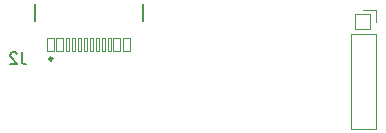
<source format=gbo>
%TF.GenerationSoftware,KiCad,Pcbnew,(7.0.0-0)*%
%TF.CreationDate,2023-08-09T13:49:59+02:00*%
%TF.ProjectId,shine-usb-c,7368696e-652d-4757-9362-2d632e6b6963,1*%
%TF.SameCoordinates,Original*%
%TF.FileFunction,Legend,Bot*%
%TF.FilePolarity,Positive*%
%FSLAX46Y46*%
G04 Gerber Fmt 4.6, Leading zero omitted, Abs format (unit mm)*
G04 Created by KiCad (PCBNEW (7.0.0-0)) date 2023-08-09 13:49:59*
%MOMM*%
%LPD*%
G01*
G04 APERTURE LIST*
G04 Aperture macros list*
%AMRoundRect*
0 Rectangle with rounded corners*
0 $1 Rounding radius*
0 $2 $3 $4 $5 $6 $7 $8 $9 X,Y pos of 4 corners*
0 Add a 4 corners polygon primitive as box body*
4,1,4,$2,$3,$4,$5,$6,$7,$8,$9,$2,$3,0*
0 Add four circle primitives for the rounded corners*
1,1,$1+$1,$2,$3*
1,1,$1+$1,$4,$5*
1,1,$1+$1,$6,$7*
1,1,$1+$1,$8,$9*
0 Add four rect primitives between the rounded corners*
20,1,$1+$1,$2,$3,$4,$5,0*
20,1,$1+$1,$4,$5,$6,$7,0*
20,1,$1+$1,$6,$7,$8,$9,0*
20,1,$1+$1,$8,$9,$2,$3,0*%
G04 Aperture macros list end*
%ADD10C,0.150000*%
%ADD11C,0.250000*%
%ADD12C,0.120000*%
%ADD13C,0.726000*%
%ADD14RoundRect,0.038000X-0.300000X-0.575000X0.300000X-0.575000X0.300000X0.575000X-0.300000X0.575000X0*%
%ADD15RoundRect,0.038000X-0.150000X-0.575000X0.150000X-0.575000X0.150000X0.575000X-0.150000X0.575000X0*%
%ADD16O,1.076000X1.876000*%
%ADD17O,1.076000X2.176000*%
%ADD18C,1.476000*%
%ADD19O,1.476000X1.476000*%
%ADD20C,1.326000*%
%ADD21C,2.276000*%
%ADD22RoundRect,0.038000X0.675000X0.675000X-0.675000X0.675000X-0.675000X-0.675000X0.675000X-0.675000X0*%
%ADD23O,1.426000X1.426000*%
G04 APERTURE END LIST*
D10*
%TO.C,J2*%
X147331190Y-94567380D02*
X147331190Y-95281666D01*
X147331190Y-95281666D02*
X147378809Y-95424523D01*
X147378809Y-95424523D02*
X147474047Y-95519761D01*
X147474047Y-95519761D02*
X147616904Y-95567380D01*
X147616904Y-95567380D02*
X147712142Y-95567380D01*
X146902618Y-94662619D02*
X146854999Y-94615000D01*
X146854999Y-94615000D02*
X146759761Y-94567380D01*
X146759761Y-94567380D02*
X146521666Y-94567380D01*
X146521666Y-94567380D02*
X146426428Y-94615000D01*
X146426428Y-94615000D02*
X146378809Y-94662619D01*
X146378809Y-94662619D02*
X146331190Y-94757857D01*
X146331190Y-94757857D02*
X146331190Y-94853095D01*
X146331190Y-94853095D02*
X146378809Y-94995952D01*
X146378809Y-94995952D02*
X146950237Y-95567380D01*
X146950237Y-95567380D02*
X146331190Y-95567380D01*
X148455000Y-90450000D02*
X148455000Y-91929999D01*
X157545000Y-90450000D02*
X157545000Y-91929999D01*
D11*
X149905000Y-95104999D02*
G75*
G03*
X149905000Y-95104999I-125000J0D01*
G01*
D12*
%TO.C,J1*%
X177310000Y-101060000D02*
X175190000Y-101060000D01*
X177310000Y-93000000D02*
X177310000Y-101060000D01*
X177310000Y-93000000D02*
X175190000Y-93000000D01*
X177310000Y-92000000D02*
X177310000Y-90940000D01*
X177310000Y-90940000D02*
X176250000Y-90940000D01*
X175190000Y-93000000D02*
X175190000Y-101060000D01*
%TD*%
%LPC*%
D13*
%TO.C,J2*%
X150110000Y-92855000D03*
X155890000Y-92855000D03*
D14*
X149800000Y-93930000D03*
X150600000Y-93930000D03*
D15*
X151750000Y-93930000D03*
X152750000Y-93930000D03*
X153250000Y-93930000D03*
X154250000Y-93930000D03*
D14*
X156200000Y-93930000D03*
X155400000Y-93930000D03*
D15*
X154750000Y-93930000D03*
X153750000Y-93930000D03*
X152250000Y-93930000D03*
X151250000Y-93930000D03*
D16*
X148679999Y-89174999D03*
X157319999Y-89174999D03*
D17*
X148679999Y-93354998D03*
X157319999Y-93354998D03*
%TD*%
D18*
%TO.C,R2*%
X145210000Y-94400000D03*
D19*
X137589999Y-94399999D03*
%TD*%
D20*
%TO.C,*%
X171850000Y-89050000D03*
%TD*%
D21*
%TO.C,REF\u002A\u002A*%
X130100000Y-89100000D03*
%TD*%
D20*
%TO.C,*%
X171850000Y-102900000D03*
%TD*%
D18*
%TO.C,R1*%
X145210000Y-92100000D03*
D19*
X137589999Y-92099999D03*
%TD*%
D20*
%TO.C,*%
X134125000Y-102925000D03*
%TD*%
D21*
%TO.C,REF\u002A\u002A*%
X175900000Y-102900000D03*
%TD*%
D20*
%TO.C,*%
X134125000Y-89100000D03*
%TD*%
D22*
%TO.C,J1*%
X176250000Y-92000000D03*
D23*
X176249999Y-93999999D03*
X176249999Y-95999999D03*
X176249999Y-97999999D03*
X176249999Y-99999999D03*
%TD*%
M02*

</source>
